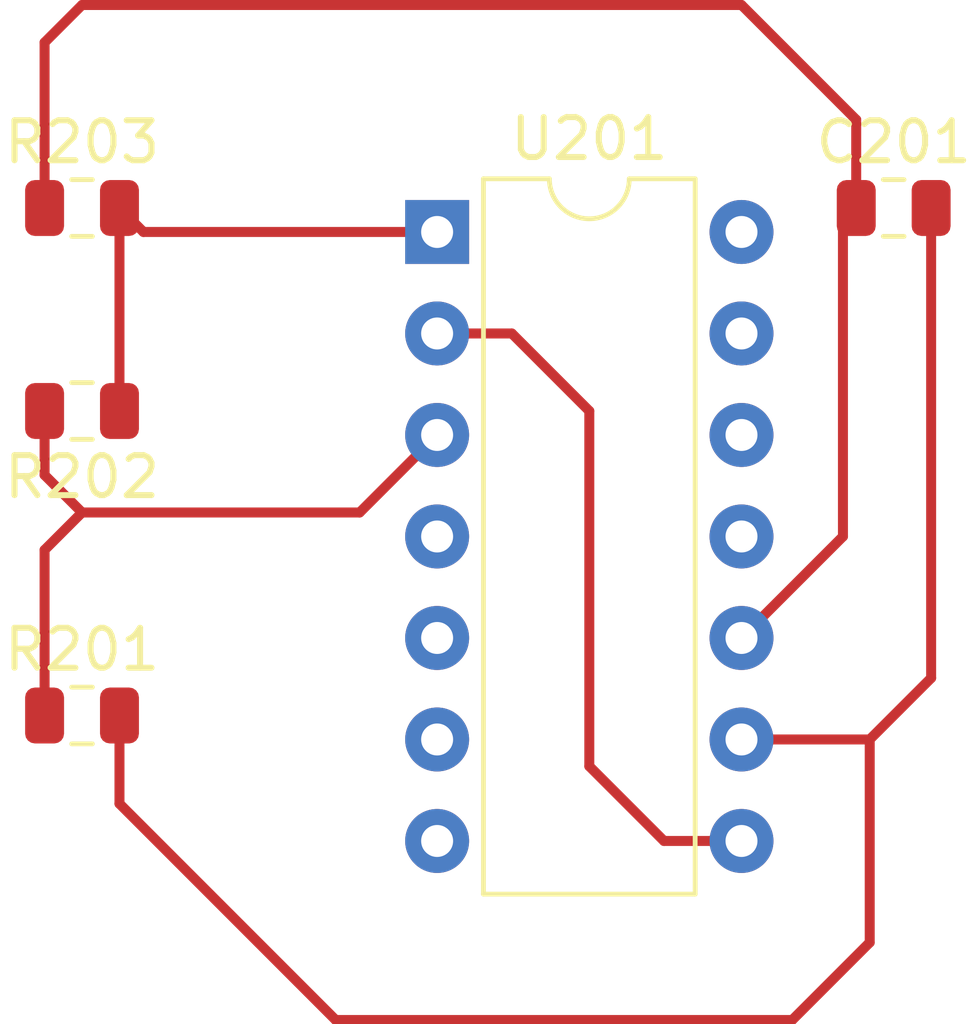
<source format=kicad_pcb>
(kicad_pcb (version 20171130) (host pcbnew "(5.1.6-0-10_14)")

  (general
    (thickness 1.6)
    (drawings 0)
    (tracks 30)
    (zones 0)
    (modules 5)
    (nets 14)
  )

  (page A4)
  (layers
    (0 F.Cu signal)
    (31 B.Cu signal)
    (32 B.Adhes user)
    (33 F.Adhes user)
    (34 B.Paste user)
    (35 F.Paste user)
    (36 B.SilkS user)
    (37 F.SilkS user)
    (38 B.Mask user)
    (39 F.Mask user)
    (40 Dwgs.User user)
    (41 Cmts.User user)
    (42 Eco1.User user)
    (43 Eco2.User user)
    (44 Edge.Cuts user)
    (45 Margin user)
    (46 B.CrtYd user)
    (47 F.CrtYd user)
    (48 B.Fab user)
    (49 F.Fab user)
  )

  (setup
    (last_trace_width 0.25)
    (trace_clearance 0.2)
    (zone_clearance 0.508)
    (zone_45_only no)
    (trace_min 0.2)
    (via_size 0.8)
    (via_drill 0.4)
    (via_min_size 0.4)
    (via_min_drill 0.3)
    (uvia_size 0.3)
    (uvia_drill 0.1)
    (uvias_allowed no)
    (uvia_min_size 0.2)
    (uvia_min_drill 0.1)
    (edge_width 0.05)
    (segment_width 0.2)
    (pcb_text_width 0.3)
    (pcb_text_size 1.5 1.5)
    (mod_edge_width 0.12)
    (mod_text_size 1 1)
    (mod_text_width 0.15)
    (pad_size 1.524 1.524)
    (pad_drill 0.762)
    (pad_to_mask_clearance 0.05)
    (aux_axis_origin 0 0)
    (visible_elements FFFFFF7F)
    (pcbplotparams
      (layerselection 0x010fc_ffffffff)
      (usegerberextensions false)
      (usegerberattributes true)
      (usegerberadvancedattributes true)
      (creategerberjobfile true)
      (excludeedgelayer true)
      (linewidth 0.100000)
      (plotframeref false)
      (viasonmask false)
      (mode 1)
      (useauxorigin false)
      (hpglpennumber 1)
      (hpglpenspeed 20)
      (hpglpendiameter 15.000000)
      (psnegative false)
      (psa4output false)
      (plotreference true)
      (plotvalue true)
      (plotinvisibletext false)
      (padsonsilk false)
      (subtractmaskfromsilk false)
      (outputformat 1)
      (mirror false)
      (drillshape 1)
      (scaleselection 1)
      (outputdirectory ""))
  )

  (net 0 "")
  (net 1 GND)
  (net 2 "Net-(C201-Pad1)")
  (net 3 "Net-(R201-Pad1)")
  (net 4 /Sheet6068B77F/sq1)
  (net 5 "Net-(U201-Pad14)")
  (net 6 "Net-(U201-Pad7)")
  (net 7 "Net-(U201-Pad13)")
  (net 8 "Net-(U201-Pad6)")
  (net 9 "Net-(U201-Pad12)")
  (net 10 "Net-(U201-Pad5)")
  (net 11 "Net-(U201-Pad11)")
  (net 12 "Net-(U201-Pad4)")
  (net 13 /Sheet6068B77F/tri1)

  (net_class Default "This is the default net class."
    (clearance 0.2)
    (trace_width 0.25)
    (via_dia 0.8)
    (via_drill 0.4)
    (uvia_dia 0.3)
    (uvia_drill 0.1)
    (add_net /Sheet6068B77F/sq1)
    (add_net /Sheet6068B77F/tri1)
    (add_net GND)
    (add_net "Net-(C201-Pad1)")
    (add_net "Net-(R201-Pad1)")
    (add_net "Net-(U201-Pad11)")
    (add_net "Net-(U201-Pad12)")
    (add_net "Net-(U201-Pad13)")
    (add_net "Net-(U201-Pad14)")
    (add_net "Net-(U201-Pad4)")
    (add_net "Net-(U201-Pad5)")
    (add_net "Net-(U201-Pad6)")
    (add_net "Net-(U201-Pad7)")
  )

  (module Package_DIP:DIP-14_W7.62mm (layer F.Cu) (tedit 5A02E8C5) (tstamp 6068F1C6)
    (at 93.98 69.18)
    (descr "14-lead though-hole mounted DIP package, row spacing 7.62 mm (300 mils)")
    (tags "THT DIP DIL PDIP 2.54mm 7.62mm 300mil")
    (path /6068B780/60689410)
    (fp_text reference U201 (at 3.81 -2.33) (layer F.SilkS)
      (effects (font (size 1 1) (thickness 0.15)))
    )
    (fp_text value LM324 (at 3.81 17.57) (layer F.Fab)
      (effects (font (size 1 1) (thickness 0.15)))
    )
    (fp_line (start 8.7 -1.55) (end -1.1 -1.55) (layer F.CrtYd) (width 0.05))
    (fp_line (start 8.7 16.8) (end 8.7 -1.55) (layer F.CrtYd) (width 0.05))
    (fp_line (start -1.1 16.8) (end 8.7 16.8) (layer F.CrtYd) (width 0.05))
    (fp_line (start -1.1 -1.55) (end -1.1 16.8) (layer F.CrtYd) (width 0.05))
    (fp_line (start 6.46 -1.33) (end 4.81 -1.33) (layer F.SilkS) (width 0.12))
    (fp_line (start 6.46 16.57) (end 6.46 -1.33) (layer F.SilkS) (width 0.12))
    (fp_line (start 1.16 16.57) (end 6.46 16.57) (layer F.SilkS) (width 0.12))
    (fp_line (start 1.16 -1.33) (end 1.16 16.57) (layer F.SilkS) (width 0.12))
    (fp_line (start 2.81 -1.33) (end 1.16 -1.33) (layer F.SilkS) (width 0.12))
    (fp_line (start 0.635 -0.27) (end 1.635 -1.27) (layer F.Fab) (width 0.1))
    (fp_line (start 0.635 16.51) (end 0.635 -0.27) (layer F.Fab) (width 0.1))
    (fp_line (start 6.985 16.51) (end 0.635 16.51) (layer F.Fab) (width 0.1))
    (fp_line (start 6.985 -1.27) (end 6.985 16.51) (layer F.Fab) (width 0.1))
    (fp_line (start 1.635 -1.27) (end 6.985 -1.27) (layer F.Fab) (width 0.1))
    (fp_text user %R (at 3.81 7.62) (layer F.Fab)
      (effects (font (size 1 1) (thickness 0.15)))
    )
    (fp_arc (start 3.81 -1.33) (end 2.81 -1.33) (angle -180) (layer F.SilkS) (width 0.12))
    (pad 14 thru_hole oval (at 7.62 0) (size 1.6 1.6) (drill 0.8) (layers *.Cu *.Mask)
      (net 5 "Net-(U201-Pad14)"))
    (pad 7 thru_hole oval (at 0 15.24) (size 1.6 1.6) (drill 0.8) (layers *.Cu *.Mask)
      (net 6 "Net-(U201-Pad7)"))
    (pad 13 thru_hole oval (at 7.62 2.54) (size 1.6 1.6) (drill 0.8) (layers *.Cu *.Mask)
      (net 7 "Net-(U201-Pad13)"))
    (pad 6 thru_hole oval (at 0 12.7) (size 1.6 1.6) (drill 0.8) (layers *.Cu *.Mask)
      (net 8 "Net-(U201-Pad6)"))
    (pad 12 thru_hole oval (at 7.62 5.08) (size 1.6 1.6) (drill 0.8) (layers *.Cu *.Mask)
      (net 9 "Net-(U201-Pad12)"))
    (pad 5 thru_hole oval (at 0 10.16) (size 1.6 1.6) (drill 0.8) (layers *.Cu *.Mask)
      (net 10 "Net-(U201-Pad5)"))
    (pad 11 thru_hole oval (at 7.62 7.62) (size 1.6 1.6) (drill 0.8) (layers *.Cu *.Mask)
      (net 11 "Net-(U201-Pad11)"))
    (pad 4 thru_hole oval (at 0 7.62) (size 1.6 1.6) (drill 0.8) (layers *.Cu *.Mask)
      (net 12 "Net-(U201-Pad4)"))
    (pad 10 thru_hole oval (at 7.62 10.16) (size 1.6 1.6) (drill 0.8) (layers *.Cu *.Mask)
      (net 2 "Net-(C201-Pad1)"))
    (pad 3 thru_hole oval (at 0 5.08) (size 1.6 1.6) (drill 0.8) (layers *.Cu *.Mask)
      (net 3 "Net-(R201-Pad1)"))
    (pad 9 thru_hole oval (at 7.62 12.7) (size 1.6 1.6) (drill 0.8) (layers *.Cu *.Mask)
      (net 1 GND))
    (pad 2 thru_hole oval (at 0 2.54) (size 1.6 1.6) (drill 0.8) (layers *.Cu *.Mask)
      (net 13 /Sheet6068B77F/tri1))
    (pad 8 thru_hole oval (at 7.62 15.24) (size 1.6 1.6) (drill 0.8) (layers *.Cu *.Mask)
      (net 13 /Sheet6068B77F/tri1))
    (pad 1 thru_hole rect (at 0 0) (size 1.6 1.6) (drill 0.8) (layers *.Cu *.Mask)
      (net 4 /Sheet6068B77F/sq1))
    (model ${KISYS3DMOD}/Package_DIP.3dshapes/DIP-14_W7.62mm.wrl
      (at (xyz 0 0 0))
      (scale (xyz 1 1 1))
      (rotate (xyz 0 0 0))
    )
  )

  (module Resistor_SMD:R_0805_2012Metric (layer F.Cu) (tedit 5B36C52B) (tstamp 6068F1A4)
    (at 85.09 68.58)
    (descr "Resistor SMD 0805 (2012 Metric), square (rectangular) end terminal, IPC_7351 nominal, (Body size source: https://docs.google.com/spreadsheets/d/1BsfQQcO9C6DZCsRaXUlFlo91Tg2WpOkGARC1WS5S8t0/edit?usp=sharing), generated with kicad-footprint-generator")
    (tags resistor)
    (path /6068B780/606A4E78)
    (attr smd)
    (fp_text reference R203 (at 0 -1.65) (layer F.SilkS)
      (effects (font (size 1 1) (thickness 0.15)))
    )
    (fp_text value 10k (at 0 1.65) (layer F.Fab)
      (effects (font (size 1 1) (thickness 0.15)))
    )
    (fp_line (start 1.68 0.95) (end -1.68 0.95) (layer F.CrtYd) (width 0.05))
    (fp_line (start 1.68 -0.95) (end 1.68 0.95) (layer F.CrtYd) (width 0.05))
    (fp_line (start -1.68 -0.95) (end 1.68 -0.95) (layer F.CrtYd) (width 0.05))
    (fp_line (start -1.68 0.95) (end -1.68 -0.95) (layer F.CrtYd) (width 0.05))
    (fp_line (start -0.258578 0.71) (end 0.258578 0.71) (layer F.SilkS) (width 0.12))
    (fp_line (start -0.258578 -0.71) (end 0.258578 -0.71) (layer F.SilkS) (width 0.12))
    (fp_line (start 1 0.6) (end -1 0.6) (layer F.Fab) (width 0.1))
    (fp_line (start 1 -0.6) (end 1 0.6) (layer F.Fab) (width 0.1))
    (fp_line (start -1 -0.6) (end 1 -0.6) (layer F.Fab) (width 0.1))
    (fp_line (start -1 0.6) (end -1 -0.6) (layer F.Fab) (width 0.1))
    (fp_text user %R (at 0 0) (layer F.Fab)
      (effects (font (size 0.5 0.5) (thickness 0.08)))
    )
    (pad 2 smd roundrect (at 0.9375 0) (size 0.975 1.4) (layers F.Cu F.Paste F.Mask) (roundrect_rratio 0.25)
      (net 4 /Sheet6068B77F/sq1))
    (pad 1 smd roundrect (at -0.9375 0) (size 0.975 1.4) (layers F.Cu F.Paste F.Mask) (roundrect_rratio 0.25)
      (net 2 "Net-(C201-Pad1)"))
    (model ${KISYS3DMOD}/Resistor_SMD.3dshapes/R_0805_2012Metric.wrl
      (at (xyz 0 0 0))
      (scale (xyz 1 1 1))
      (rotate (xyz 0 0 0))
    )
  )

  (module Resistor_SMD:R_0805_2012Metric (layer F.Cu) (tedit 5B36C52B) (tstamp 6068F193)
    (at 85.09 73.66 180)
    (descr "Resistor SMD 0805 (2012 Metric), square (rectangular) end terminal, IPC_7351 nominal, (Body size source: https://docs.google.com/spreadsheets/d/1BsfQQcO9C6DZCsRaXUlFlo91Tg2WpOkGARC1WS5S8t0/edit?usp=sharing), generated with kicad-footprint-generator")
    (tags resistor)
    (path /6068B780/60690B76)
    (attr smd)
    (fp_text reference R202 (at 0 -1.65) (layer F.SilkS)
      (effects (font (size 1 1) (thickness 0.15)))
    )
    (fp_text value 10k (at 0 1.65) (layer F.Fab)
      (effects (font (size 1 1) (thickness 0.15)))
    )
    (fp_line (start 1.68 0.95) (end -1.68 0.95) (layer F.CrtYd) (width 0.05))
    (fp_line (start 1.68 -0.95) (end 1.68 0.95) (layer F.CrtYd) (width 0.05))
    (fp_line (start -1.68 -0.95) (end 1.68 -0.95) (layer F.CrtYd) (width 0.05))
    (fp_line (start -1.68 0.95) (end -1.68 -0.95) (layer F.CrtYd) (width 0.05))
    (fp_line (start -0.258578 0.71) (end 0.258578 0.71) (layer F.SilkS) (width 0.12))
    (fp_line (start -0.258578 -0.71) (end 0.258578 -0.71) (layer F.SilkS) (width 0.12))
    (fp_line (start 1 0.6) (end -1 0.6) (layer F.Fab) (width 0.1))
    (fp_line (start 1 -0.6) (end 1 0.6) (layer F.Fab) (width 0.1))
    (fp_line (start -1 -0.6) (end 1 -0.6) (layer F.Fab) (width 0.1))
    (fp_line (start -1 0.6) (end -1 -0.6) (layer F.Fab) (width 0.1))
    (fp_text user %R (at 0 0) (layer F.Fab)
      (effects (font (size 0.5 0.5) (thickness 0.08)))
    )
    (pad 2 smd roundrect (at 0.9375 0 180) (size 0.975 1.4) (layers F.Cu F.Paste F.Mask) (roundrect_rratio 0.25)
      (net 3 "Net-(R201-Pad1)"))
    (pad 1 smd roundrect (at -0.9375 0 180) (size 0.975 1.4) (layers F.Cu F.Paste F.Mask) (roundrect_rratio 0.25)
      (net 4 /Sheet6068B77F/sq1))
    (model ${KISYS3DMOD}/Resistor_SMD.3dshapes/R_0805_2012Metric.wrl
      (at (xyz 0 0 0))
      (scale (xyz 1 1 1))
      (rotate (xyz 0 0 0))
    )
  )

  (module Resistor_SMD:R_0805_2012Metric (layer F.Cu) (tedit 5B36C52B) (tstamp 6068F182)
    (at 85.09 81.28)
    (descr "Resistor SMD 0805 (2012 Metric), square (rectangular) end terminal, IPC_7351 nominal, (Body size source: https://docs.google.com/spreadsheets/d/1BsfQQcO9C6DZCsRaXUlFlo91Tg2WpOkGARC1WS5S8t0/edit?usp=sharing), generated with kicad-footprint-generator")
    (tags resistor)
    (path /6068B780/606916FA)
    (attr smd)
    (fp_text reference R201 (at 0 -1.65) (layer F.SilkS)
      (effects (font (size 1 1) (thickness 0.15)))
    )
    (fp_text value 10k (at 0 1.65) (layer F.Fab)
      (effects (font (size 1 1) (thickness 0.15)))
    )
    (fp_line (start 1.68 0.95) (end -1.68 0.95) (layer F.CrtYd) (width 0.05))
    (fp_line (start 1.68 -0.95) (end 1.68 0.95) (layer F.CrtYd) (width 0.05))
    (fp_line (start -1.68 -0.95) (end 1.68 -0.95) (layer F.CrtYd) (width 0.05))
    (fp_line (start -1.68 0.95) (end -1.68 -0.95) (layer F.CrtYd) (width 0.05))
    (fp_line (start -0.258578 0.71) (end 0.258578 0.71) (layer F.SilkS) (width 0.12))
    (fp_line (start -0.258578 -0.71) (end 0.258578 -0.71) (layer F.SilkS) (width 0.12))
    (fp_line (start 1 0.6) (end -1 0.6) (layer F.Fab) (width 0.1))
    (fp_line (start 1 -0.6) (end 1 0.6) (layer F.Fab) (width 0.1))
    (fp_line (start -1 -0.6) (end 1 -0.6) (layer F.Fab) (width 0.1))
    (fp_line (start -1 0.6) (end -1 -0.6) (layer F.Fab) (width 0.1))
    (fp_text user %R (at 0 0) (layer F.Fab)
      (effects (font (size 0.5 0.5) (thickness 0.08)))
    )
    (pad 2 smd roundrect (at 0.9375 0) (size 0.975 1.4) (layers F.Cu F.Paste F.Mask) (roundrect_rratio 0.25)
      (net 1 GND))
    (pad 1 smd roundrect (at -0.9375 0) (size 0.975 1.4) (layers F.Cu F.Paste F.Mask) (roundrect_rratio 0.25)
      (net 3 "Net-(R201-Pad1)"))
    (model ${KISYS3DMOD}/Resistor_SMD.3dshapes/R_0805_2012Metric.wrl
      (at (xyz 0 0 0))
      (scale (xyz 1 1 1))
      (rotate (xyz 0 0 0))
    )
  )

  (module Capacitor_SMD:C_0805_2012Metric (layer F.Cu) (tedit 5B36C52B) (tstamp 6068F171)
    (at 105.41 68.58)
    (descr "Capacitor SMD 0805 (2012 Metric), square (rectangular) end terminal, IPC_7351 nominal, (Body size source: https://docs.google.com/spreadsheets/d/1BsfQQcO9C6DZCsRaXUlFlo91Tg2WpOkGARC1WS5S8t0/edit?usp=sharing), generated with kicad-footprint-generator")
    (tags capacitor)
    (path /6068B780/60693A0B)
    (attr smd)
    (fp_text reference C201 (at 0 -1.65) (layer F.SilkS)
      (effects (font (size 1 1) (thickness 0.15)))
    )
    (fp_text value 100n (at 0 1.65) (layer F.Fab)
      (effects (font (size 1 1) (thickness 0.15)))
    )
    (fp_line (start 1.68 0.95) (end -1.68 0.95) (layer F.CrtYd) (width 0.05))
    (fp_line (start 1.68 -0.95) (end 1.68 0.95) (layer F.CrtYd) (width 0.05))
    (fp_line (start -1.68 -0.95) (end 1.68 -0.95) (layer F.CrtYd) (width 0.05))
    (fp_line (start -1.68 0.95) (end -1.68 -0.95) (layer F.CrtYd) (width 0.05))
    (fp_line (start -0.258578 0.71) (end 0.258578 0.71) (layer F.SilkS) (width 0.12))
    (fp_line (start -0.258578 -0.71) (end 0.258578 -0.71) (layer F.SilkS) (width 0.12))
    (fp_line (start 1 0.6) (end -1 0.6) (layer F.Fab) (width 0.1))
    (fp_line (start 1 -0.6) (end 1 0.6) (layer F.Fab) (width 0.1))
    (fp_line (start -1 -0.6) (end 1 -0.6) (layer F.Fab) (width 0.1))
    (fp_line (start -1 0.6) (end -1 -0.6) (layer F.Fab) (width 0.1))
    (fp_text user %R (at 0 0) (layer F.Fab)
      (effects (font (size 0.5 0.5) (thickness 0.08)))
    )
    (pad 2 smd roundrect (at 0.9375 0) (size 0.975 1.4) (layers F.Cu F.Paste F.Mask) (roundrect_rratio 0.25)
      (net 1 GND))
    (pad 1 smd roundrect (at -0.9375 0) (size 0.975 1.4) (layers F.Cu F.Paste F.Mask) (roundrect_rratio 0.25)
      (net 2 "Net-(C201-Pad1)"))
    (model ${KISYS3DMOD}/Capacitor_SMD.3dshapes/C_0805_2012Metric.wrl
      (at (xyz 0 0 0))
      (scale (xyz 1 1 1))
      (rotate (xyz 0 0 0))
    )
  )

  (segment (start 101.6 81.88) (end 104.81 81.88) (width 0.25) (layer F.Cu) (net 1))
  (segment (start 106.3475 80.3425) (end 106.3475 68.58) (width 0.25) (layer F.Cu) (net 1))
  (segment (start 104.81 81.88) (end 106.3475 80.3425) (width 0.25) (layer F.Cu) (net 1))
  (segment (start 104.81 86.96) (end 104.81 81.88) (width 0.25) (layer F.Cu) (net 1))
  (segment (start 102.87 88.9) (end 104.81 86.96) (width 0.25) (layer F.Cu) (net 1))
  (segment (start 91.44 88.9) (end 102.87 88.9) (width 0.25) (layer F.Cu) (net 1))
  (segment (start 86.0275 83.4875) (end 91.44 88.9) (width 0.25) (layer F.Cu) (net 1))
  (segment (start 86.0275 81.28) (end 86.0275 83.4875) (width 0.25) (layer F.Cu) (net 1))
  (segment (start 101.6 79.34) (end 104.14 76.8) (width 0.25) (layer F.Cu) (net 2))
  (segment (start 104.14 68.9125) (end 104.4725 68.58) (width 0.25) (layer F.Cu) (net 2))
  (segment (start 104.14 76.8) (end 104.14 68.9125) (width 0.25) (layer F.Cu) (net 2))
  (segment (start 84.1525 68.58) (end 84.1525 64.4375) (width 0.25) (layer F.Cu) (net 2))
  (segment (start 104.4725 68.58) (end 104.4725 66.3725) (width 0.25) (layer F.Cu) (net 2))
  (segment (start 104.4725 66.3725) (end 101.6 63.5) (width 0.25) (layer F.Cu) (net 2))
  (segment (start 85.09 63.5) (end 84.1525 64.4375) (width 0.25) (layer F.Cu) (net 2))
  (segment (start 101.6 63.5) (end 85.09 63.5) (width 0.25) (layer F.Cu) (net 2))
  (segment (start 84.1525 73.66) (end 84.1525 75.2625) (width 0.25) (layer F.Cu) (net 3))
  (segment (start 84.1525 75.2625) (end 85.09 76.2) (width 0.25) (layer F.Cu) (net 3))
  (segment (start 92.04 76.2) (end 93.98 74.26) (width 0.25) (layer F.Cu) (net 3))
  (segment (start 85.09 76.2) (end 92.04 76.2) (width 0.25) (layer F.Cu) (net 3))
  (segment (start 84.1525 81.28) (end 84.1525 77.1375) (width 0.25) (layer F.Cu) (net 3))
  (segment (start 84.1525 77.1375) (end 85.09 76.2) (width 0.25) (layer F.Cu) (net 3))
  (segment (start 86.6275 69.18) (end 86.0275 68.58) (width 0.25) (layer F.Cu) (net 4))
  (segment (start 93.98 69.18) (end 86.6275 69.18) (width 0.25) (layer F.Cu) (net 4))
  (segment (start 86.0275 68.58) (end 86.0275 73.66) (width 0.25) (layer F.Cu) (net 4))
  (segment (start 97.79 82.55) (end 99.66 84.42) (width 0.25) (layer F.Cu) (net 13))
  (segment (start 97.79 73.66) (end 97.79 82.55) (width 0.25) (layer F.Cu) (net 13))
  (segment (start 95.85 71.72) (end 97.79 73.66) (width 0.25) (layer F.Cu) (net 13))
  (segment (start 99.66 84.42) (end 101.6 84.42) (width 0.25) (layer F.Cu) (net 13))
  (segment (start 93.98 71.72) (end 95.85 71.72) (width 0.25) (layer F.Cu) (net 13))

)

</source>
